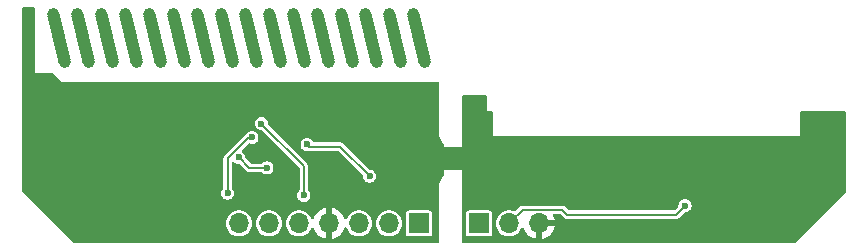
<source format=gbr>
%TF.GenerationSoftware,KiCad,Pcbnew,8.0.0-1.fc39*%
%TF.CreationDate,2024-05-13T23:25:17+02:00*%
%TF.ProjectId,radio433,72616469-6f34-4333-932e-6b696361645f,rev?*%
%TF.SameCoordinates,Original*%
%TF.FileFunction,Copper,L2,Bot*%
%TF.FilePolarity,Positive*%
%FSLAX46Y46*%
G04 Gerber Fmt 4.6, Leading zero omitted, Abs format (unit mm)*
G04 Created by KiCad (PCBNEW 8.0.0-1.fc39) date 2024-05-13 23:25:17*
%MOMM*%
%LPD*%
G01*
G04 APERTURE LIST*
G04 Aperture macros list*
%AMHorizOval*
0 Thick line with rounded ends*
0 $1 width*
0 $2 $3 position (X,Y) of the first rounded end (center of the circle)*
0 $4 $5 position (X,Y) of the second rounded end (center of the circle)*
0 Add line between two ends*
20,1,$1,$2,$3,$4,$5,0*
0 Add two circle primitives to create the rounded ends*
1,1,$1,$2,$3*
1,1,$1,$4,$5*%
G04 Aperture macros list end*
%TA.AperFunction,ComponentPad*%
%ADD10R,1.700000X1.700000*%
%TD*%
%TA.AperFunction,ComponentPad*%
%ADD11O,1.700000X1.700000*%
%TD*%
%TA.AperFunction,ComponentPad*%
%ADD12C,0.900000*%
%TD*%
%TA.AperFunction,SMDPad,CuDef*%
%ADD13HorizOval,1.050000X0.484399X-2.017668X-0.484399X2.017668X0*%
%TD*%
%TA.AperFunction,ViaPad*%
%ADD14C,0.600000*%
%TD*%
%TA.AperFunction,Conductor*%
%ADD15C,0.200000*%
%TD*%
G04 APERTURE END LIST*
D10*
%TO.P,J2,1,Pin_1*%
%TO.N,/VDD_RX*%
X220980000Y-103500000D03*
D11*
%TO.P,J2,2,Pin_2*%
%TO.N,/DOUT*%
X218440000Y-103500000D03*
%TO.P,J2,3,Pin_3*%
X215900000Y-103500000D03*
%TO.P,J2,4,Pin_4*%
%TO.N,GND*%
X213360000Y-103500000D03*
%TO.P,J2,5,Pin_5*%
%TO.N,/SCLK*%
X210820000Y-103500000D03*
%TO.P,J2,6,Pin_6*%
%TO.N,/SHDN*%
X208280000Y-103500000D03*
%TO.P,J2,7,Pin_7*%
%TO.N,/RSSI*%
X205740000Y-103500000D03*
%TD*%
D10*
%TO.P,J1,1,Pin_1*%
%TO.N,/VDD_TX*%
X226060000Y-103500000D03*
D11*
%TO.P,J1,2,Pin_2*%
%TO.N,/DIN*%
X228600000Y-103500000D03*
%TO.P,J1,3,Pin_3*%
%TO.N,GND*%
X231140000Y-103500000D03*
%TD*%
D12*
%TO.P,AE2,1,A*%
%TO.N,/ANT_CC*%
X189972000Y-85750000D03*
D13*
X190472000Y-87800000D03*
D12*
X190972000Y-89800000D03*
X192004000Y-85750000D03*
D13*
X192504000Y-87800000D03*
D12*
X193004000Y-89800000D03*
X194036000Y-85750000D03*
D13*
X194536000Y-87800000D03*
D12*
X195036000Y-89800000D03*
X196068000Y-85750000D03*
D13*
X196568000Y-87800000D03*
D12*
X197068000Y-89800000D03*
X198100000Y-85750000D03*
D13*
X198600000Y-87800000D03*
D12*
X199100000Y-89800000D03*
X200132000Y-85750000D03*
D13*
X200632000Y-87800000D03*
D12*
X201132000Y-89800000D03*
X202164000Y-85750000D03*
D13*
X202664000Y-87800000D03*
D12*
X203164000Y-89800000D03*
X204196000Y-85750000D03*
D13*
X204696000Y-87800000D03*
D12*
X205196000Y-89800000D03*
X206228000Y-85750000D03*
D13*
X206728000Y-87800000D03*
D12*
X207228000Y-89800000D03*
X208260000Y-85750000D03*
D13*
X208760000Y-87800000D03*
D12*
X209260000Y-89800000D03*
X210292000Y-85750000D03*
D13*
X210792000Y-87800000D03*
D12*
X211292000Y-89800000D03*
X212324000Y-85750000D03*
D13*
X212824000Y-87800000D03*
D12*
X213324000Y-89800000D03*
X214356000Y-85750000D03*
D13*
X214856000Y-87800000D03*
D12*
X215356000Y-89800000D03*
X216388000Y-85750000D03*
D13*
X216888000Y-87800000D03*
D12*
X217388000Y-89800000D03*
X218420000Y-85750000D03*
D13*
X218920000Y-87800000D03*
D12*
X219420000Y-89800000D03*
X220452000Y-85750000D03*
D13*
X220952000Y-87800000D03*
D12*
X221452000Y-89800000D03*
%TD*%
D14*
%TO.N,GND*%
X196500000Y-93500000D03*
X251000000Y-99000000D03*
X194250000Y-92750000D03*
X252230000Y-103650000D03*
X195250000Y-102500000D03*
X225800000Y-95300000D03*
X225100000Y-94600000D03*
X252980000Y-103650000D03*
X214120000Y-101140000D03*
X253730000Y-103650000D03*
X225800000Y-94600000D03*
X196500000Y-92750000D03*
X225100000Y-95300000D03*
X223050000Y-98500000D03*
X195000000Y-93500000D03*
X194500000Y-102500000D03*
X251750000Y-99000000D03*
X251750000Y-96750000D03*
X196000000Y-102500000D03*
X195000000Y-92750000D03*
X224250000Y-98500000D03*
X194250000Y-93500000D03*
X193750000Y-101750000D03*
X193750000Y-102500000D03*
X251000000Y-97500000D03*
X243010000Y-100040000D03*
X195250000Y-101750000D03*
X195750000Y-93500000D03*
X196000000Y-101750000D03*
X251750000Y-98250000D03*
X223050000Y-97750000D03*
X251750000Y-97500000D03*
X251000000Y-98250000D03*
X252230000Y-104400000D03*
X252980000Y-104400000D03*
X224250000Y-97750000D03*
X251000000Y-96750000D03*
X225660000Y-93120000D03*
X194500000Y-101750000D03*
X195750000Y-92750000D03*
%TO.N,/DIN*%
X243500000Y-102000000D03*
%TO.N,Net-(U2-CAGC)*%
X216800000Y-99500000D03*
X211500000Y-96800000D03*
%TO.N,/VDD_RX*%
X205700000Y-97900000D03*
X208100000Y-98800000D03*
%TO.N,/SCLK*%
X207620000Y-95050000D03*
X211223805Y-101121377D03*
%TO.N,/RSSI*%
X206830000Y-96210000D03*
X204770000Y-100940000D03*
%TD*%
D15*
%TO.N,/DIN*%
X229750000Y-102350000D02*
X228600000Y-103500000D01*
X242750000Y-102750000D02*
X233500000Y-102750000D01*
X233100000Y-102350000D02*
X229750000Y-102350000D01*
X233500000Y-102750000D02*
X233100000Y-102350000D01*
X243500000Y-102000000D02*
X242750000Y-102750000D01*
%TO.N,Net-(U2-CAGC)*%
X211500000Y-96800000D02*
X211700000Y-97000000D01*
X214300000Y-97000000D02*
X216800000Y-99500000D01*
X211700000Y-97000000D02*
X214300000Y-97000000D01*
%TO.N,/VDD_RX*%
X206600000Y-98800000D02*
X205700000Y-97900000D01*
X208100000Y-98800000D02*
X206600000Y-98800000D01*
%TO.N,/SCLK*%
X211223805Y-98653805D02*
X207620000Y-95050000D01*
X211223805Y-101121377D02*
X211223805Y-98653805D01*
%TO.N,/RSSI*%
X204770000Y-100940000D02*
X204770000Y-97981471D01*
X204770000Y-97981471D02*
X206541471Y-96210000D01*
X206541471Y-96210000D02*
X206830000Y-96210000D01*
%TD*%
%TA.AperFunction,Conductor*%
%TO.N,GND*%
G36*
X188415039Y-85230185D02*
G01*
X188460794Y-85282989D01*
X188472000Y-85334500D01*
X188472000Y-90800000D01*
X189965379Y-90800000D01*
X190032418Y-90819685D01*
X190059083Y-90842788D01*
X190672000Y-91550000D01*
X222472000Y-91550000D01*
X222487819Y-91534181D01*
X222549142Y-91500696D01*
X222618834Y-91505680D01*
X222674767Y-91547552D01*
X222699184Y-91613016D01*
X222699500Y-91621862D01*
X222699500Y-96093620D01*
X222736025Y-96277243D01*
X222736027Y-96277251D01*
X222807676Y-96450228D01*
X222807681Y-96450237D01*
X222911697Y-96605907D01*
X222911700Y-96605911D01*
X223044085Y-96738296D01*
X223044088Y-96738298D01*
X223044092Y-96738302D01*
X223044886Y-96738832D01*
X223045208Y-96739218D01*
X223048796Y-96742162D01*
X223048237Y-96742842D01*
X223089693Y-96792440D01*
X223100000Y-96841937D01*
X223100000Y-97000000D01*
X222000000Y-97000000D01*
X222000000Y-99000000D01*
X223100000Y-99000000D01*
X223100000Y-99408061D01*
X223080315Y-99475100D01*
X223048510Y-99507481D01*
X223048800Y-99507834D01*
X223045519Y-99510525D01*
X223044900Y-99511157D01*
X223044096Y-99511694D01*
X223044088Y-99511700D01*
X222911700Y-99644088D01*
X222911697Y-99644092D01*
X222807681Y-99799762D01*
X222807676Y-99799771D01*
X222736027Y-99972748D01*
X222736025Y-99972756D01*
X222699500Y-100156379D01*
X222699500Y-105025500D01*
X222679815Y-105092539D01*
X222627011Y-105138294D01*
X222575500Y-105149500D01*
X191786543Y-105149500D01*
X191719504Y-105129815D01*
X191698862Y-105113181D01*
X190085681Y-103500000D01*
X204634785Y-103500000D01*
X204653602Y-103703082D01*
X204709417Y-103899247D01*
X204709422Y-103899260D01*
X204800327Y-104081821D01*
X204923237Y-104244581D01*
X205073958Y-104381980D01*
X205073960Y-104381982D01*
X205173141Y-104443392D01*
X205247363Y-104489348D01*
X205437544Y-104563024D01*
X205638024Y-104600500D01*
X205638026Y-104600500D01*
X205841974Y-104600500D01*
X205841976Y-104600500D01*
X206042456Y-104563024D01*
X206232637Y-104489348D01*
X206406041Y-104381981D01*
X206556764Y-104244579D01*
X206679673Y-104081821D01*
X206770582Y-103899250D01*
X206826397Y-103703083D01*
X206845215Y-103500000D01*
X207174785Y-103500000D01*
X207193602Y-103703082D01*
X207249417Y-103899247D01*
X207249422Y-103899260D01*
X207340327Y-104081821D01*
X207463237Y-104244581D01*
X207613958Y-104381980D01*
X207613960Y-104381982D01*
X207713141Y-104443392D01*
X207787363Y-104489348D01*
X207977544Y-104563024D01*
X208178024Y-104600500D01*
X208178026Y-104600500D01*
X208381974Y-104600500D01*
X208381976Y-104600500D01*
X208582456Y-104563024D01*
X208772637Y-104489348D01*
X208946041Y-104381981D01*
X209096764Y-104244579D01*
X209219673Y-104081821D01*
X209310582Y-103899250D01*
X209366397Y-103703083D01*
X209385215Y-103500000D01*
X209714785Y-103500000D01*
X209733602Y-103703082D01*
X209789417Y-103899247D01*
X209789422Y-103899260D01*
X209880327Y-104081821D01*
X210003237Y-104244581D01*
X210153958Y-104381980D01*
X210153960Y-104381982D01*
X210253141Y-104443392D01*
X210327363Y-104489348D01*
X210517544Y-104563024D01*
X210718024Y-104600500D01*
X210718026Y-104600500D01*
X210921974Y-104600500D01*
X210921976Y-104600500D01*
X211122456Y-104563024D01*
X211312637Y-104489348D01*
X211486041Y-104381981D01*
X211636764Y-104244579D01*
X211759673Y-104081821D01*
X211821598Y-103957456D01*
X211846817Y-103906812D01*
X211894319Y-103855575D01*
X211961982Y-103838153D01*
X212028323Y-103860078D01*
X212072278Y-103914389D01*
X212077592Y-103929989D01*
X212086567Y-103963485D01*
X212086570Y-103963492D01*
X212186399Y-104177578D01*
X212321894Y-104371082D01*
X212488917Y-104538105D01*
X212682421Y-104673600D01*
X212896507Y-104773429D01*
X212896516Y-104773433D01*
X213110000Y-104830634D01*
X213110000Y-103933012D01*
X213167007Y-103965925D01*
X213294174Y-104000000D01*
X213425826Y-104000000D01*
X213552993Y-103965925D01*
X213610000Y-103933012D01*
X213610000Y-104830633D01*
X213823483Y-104773433D01*
X213823492Y-104773429D01*
X214037578Y-104673600D01*
X214231082Y-104538105D01*
X214398105Y-104371082D01*
X214533600Y-104177578D01*
X214633429Y-103963492D01*
X214633431Y-103963489D01*
X214642406Y-103929992D01*
X214678770Y-103870331D01*
X214741616Y-103839800D01*
X214810992Y-103848094D01*
X214864871Y-103892578D01*
X214873182Y-103906811D01*
X214960327Y-104081821D01*
X215083237Y-104244581D01*
X215233958Y-104381980D01*
X215233960Y-104381982D01*
X215333141Y-104443392D01*
X215407363Y-104489348D01*
X215597544Y-104563024D01*
X215798024Y-104600500D01*
X215798026Y-104600500D01*
X216001974Y-104600500D01*
X216001976Y-104600500D01*
X216202456Y-104563024D01*
X216392637Y-104489348D01*
X216566041Y-104381981D01*
X216716764Y-104244579D01*
X216839673Y-104081821D01*
X216930582Y-103899250D01*
X216986397Y-103703083D01*
X217005215Y-103500000D01*
X217334785Y-103500000D01*
X217353602Y-103703082D01*
X217409417Y-103899247D01*
X217409422Y-103899260D01*
X217500327Y-104081821D01*
X217623237Y-104244581D01*
X217773958Y-104381980D01*
X217773960Y-104381982D01*
X217873141Y-104443392D01*
X217947363Y-104489348D01*
X218137544Y-104563024D01*
X218338024Y-104600500D01*
X218338026Y-104600500D01*
X218541974Y-104600500D01*
X218541976Y-104600500D01*
X218742456Y-104563024D01*
X218932637Y-104489348D01*
X219106041Y-104381981D01*
X219114052Y-104374678D01*
X219879500Y-104374678D01*
X219894032Y-104447735D01*
X219894033Y-104447739D01*
X219894034Y-104447740D01*
X219949399Y-104530601D01*
X220032260Y-104585966D01*
X220032264Y-104585967D01*
X220105321Y-104600499D01*
X220105324Y-104600500D01*
X220105326Y-104600500D01*
X221854676Y-104600500D01*
X221854677Y-104600499D01*
X221927740Y-104585966D01*
X222010601Y-104530601D01*
X222065966Y-104447740D01*
X222080500Y-104374674D01*
X222080500Y-102625326D01*
X222080500Y-102625323D01*
X222080499Y-102625321D01*
X222065967Y-102552264D01*
X222065966Y-102552260D01*
X222010601Y-102469399D01*
X221927740Y-102414034D01*
X221927739Y-102414033D01*
X221927735Y-102414032D01*
X221854677Y-102399500D01*
X221854674Y-102399500D01*
X220105326Y-102399500D01*
X220105323Y-102399500D01*
X220032264Y-102414032D01*
X220032260Y-102414033D01*
X219949399Y-102469399D01*
X219894033Y-102552260D01*
X219894032Y-102552264D01*
X219879500Y-102625321D01*
X219879500Y-104374678D01*
X219114052Y-104374678D01*
X219256764Y-104244579D01*
X219379673Y-104081821D01*
X219470582Y-103899250D01*
X219526397Y-103703083D01*
X219545215Y-103500000D01*
X219539115Y-103434174D01*
X219526397Y-103296917D01*
X219470582Y-103100750D01*
X219470159Y-103099901D01*
X219420415Y-103000000D01*
X219379673Y-102918179D01*
X219256764Y-102755421D01*
X219256762Y-102755418D01*
X219106041Y-102618019D01*
X219106039Y-102618017D01*
X218932642Y-102510655D01*
X218932635Y-102510651D01*
X218806769Y-102461891D01*
X218742456Y-102436976D01*
X218541976Y-102399500D01*
X218338024Y-102399500D01*
X218137544Y-102436976D01*
X218137541Y-102436976D01*
X218137541Y-102436977D01*
X217947364Y-102510651D01*
X217947357Y-102510655D01*
X217773960Y-102618017D01*
X217773958Y-102618019D01*
X217623237Y-102755418D01*
X217500327Y-102918178D01*
X217409422Y-103100739D01*
X217409417Y-103100752D01*
X217353602Y-103296917D01*
X217334785Y-103499999D01*
X217334785Y-103500000D01*
X217005215Y-103500000D01*
X216999115Y-103434174D01*
X216986397Y-103296917D01*
X216930582Y-103100750D01*
X216930159Y-103099901D01*
X216880415Y-103000000D01*
X216839673Y-102918179D01*
X216716764Y-102755421D01*
X216716762Y-102755418D01*
X216566041Y-102618019D01*
X216566039Y-102618017D01*
X216392642Y-102510655D01*
X216392635Y-102510651D01*
X216266769Y-102461891D01*
X216202456Y-102436976D01*
X216001976Y-102399500D01*
X215798024Y-102399500D01*
X215597544Y-102436976D01*
X215597541Y-102436976D01*
X215597541Y-102436977D01*
X215407364Y-102510651D01*
X215407357Y-102510655D01*
X215233960Y-102618017D01*
X215233958Y-102618019D01*
X215083237Y-102755418D01*
X214960327Y-102918178D01*
X214873182Y-103093188D01*
X214825679Y-103144425D01*
X214758016Y-103161846D01*
X214691676Y-103139920D01*
X214647721Y-103085609D01*
X214642407Y-103070008D01*
X214633434Y-103036518D01*
X214633429Y-103036507D01*
X214533600Y-102822422D01*
X214533599Y-102822420D01*
X214398113Y-102628926D01*
X214398108Y-102628920D01*
X214231082Y-102461894D01*
X214037578Y-102326399D01*
X213823492Y-102226570D01*
X213823486Y-102226567D01*
X213610000Y-102169364D01*
X213610000Y-103066988D01*
X213552993Y-103034075D01*
X213425826Y-103000000D01*
X213294174Y-103000000D01*
X213167007Y-103034075D01*
X213110000Y-103066988D01*
X213110000Y-102169364D01*
X213109999Y-102169364D01*
X212896513Y-102226567D01*
X212896507Y-102226570D01*
X212682422Y-102326399D01*
X212682420Y-102326400D01*
X212488926Y-102461886D01*
X212488920Y-102461891D01*
X212321891Y-102628920D01*
X212321886Y-102628926D01*
X212186400Y-102822420D01*
X212186399Y-102822422D01*
X212086570Y-103036507D01*
X212086568Y-103036511D01*
X212077592Y-103070011D01*
X212041226Y-103129671D01*
X211978379Y-103160199D01*
X211909003Y-103151904D01*
X211855126Y-103107418D01*
X211846817Y-103093188D01*
X211800415Y-103000000D01*
X211759673Y-102918179D01*
X211636764Y-102755421D01*
X211636762Y-102755418D01*
X211486041Y-102618019D01*
X211486039Y-102618017D01*
X211312642Y-102510655D01*
X211312635Y-102510651D01*
X211186769Y-102461891D01*
X211122456Y-102436976D01*
X210921976Y-102399500D01*
X210718024Y-102399500D01*
X210517544Y-102436976D01*
X210517541Y-102436976D01*
X210517541Y-102436977D01*
X210327364Y-102510651D01*
X210327357Y-102510655D01*
X210153960Y-102618017D01*
X210153958Y-102618019D01*
X210003237Y-102755418D01*
X209880327Y-102918178D01*
X209789422Y-103100739D01*
X209789417Y-103100752D01*
X209733602Y-103296917D01*
X209714785Y-103499999D01*
X209714785Y-103500000D01*
X209385215Y-103500000D01*
X209379115Y-103434174D01*
X209366397Y-103296917D01*
X209310582Y-103100750D01*
X209310159Y-103099901D01*
X209260415Y-103000000D01*
X209219673Y-102918179D01*
X209096764Y-102755421D01*
X209096762Y-102755418D01*
X208946041Y-102618019D01*
X208946039Y-102618017D01*
X208772642Y-102510655D01*
X208772635Y-102510651D01*
X208646769Y-102461891D01*
X208582456Y-102436976D01*
X208381976Y-102399500D01*
X208178024Y-102399500D01*
X207977544Y-102436976D01*
X207977541Y-102436976D01*
X207977541Y-102436977D01*
X207787364Y-102510651D01*
X207787357Y-102510655D01*
X207613960Y-102618017D01*
X207613958Y-102618019D01*
X207463237Y-102755418D01*
X207340327Y-102918178D01*
X207249422Y-103100739D01*
X207249417Y-103100752D01*
X207193602Y-103296917D01*
X207174785Y-103499999D01*
X207174785Y-103500000D01*
X206845215Y-103500000D01*
X206839115Y-103434174D01*
X206826397Y-103296917D01*
X206770582Y-103100750D01*
X206770159Y-103099901D01*
X206720415Y-103000000D01*
X206679673Y-102918179D01*
X206556764Y-102755421D01*
X206556762Y-102755418D01*
X206406041Y-102618019D01*
X206406039Y-102618017D01*
X206232642Y-102510655D01*
X206232635Y-102510651D01*
X206106769Y-102461891D01*
X206042456Y-102436976D01*
X205841976Y-102399500D01*
X205638024Y-102399500D01*
X205437544Y-102436976D01*
X205437541Y-102436976D01*
X205437541Y-102436977D01*
X205247364Y-102510651D01*
X205247357Y-102510655D01*
X205073960Y-102618017D01*
X205073958Y-102618019D01*
X204923237Y-102755418D01*
X204800327Y-102918178D01*
X204709422Y-103100739D01*
X204709417Y-103100752D01*
X204653602Y-103296917D01*
X204634785Y-103499999D01*
X204634785Y-103500000D01*
X190085681Y-103500000D01*
X187525682Y-100940000D01*
X204214750Y-100940000D01*
X204233670Y-101083708D01*
X204233671Y-101083712D01*
X204289137Y-101217622D01*
X204289138Y-101217624D01*
X204289139Y-101217625D01*
X204377379Y-101332621D01*
X204492375Y-101420861D01*
X204626291Y-101476330D01*
X204753280Y-101493048D01*
X204769999Y-101495250D01*
X204770000Y-101495250D01*
X204770001Y-101495250D01*
X204784977Y-101493278D01*
X204913709Y-101476330D01*
X205047625Y-101420861D01*
X205162621Y-101332621D01*
X205250861Y-101217625D01*
X205306330Y-101083709D01*
X205325250Y-100940000D01*
X205306330Y-100796291D01*
X205250861Y-100662375D01*
X205162621Y-100547379D01*
X205162619Y-100547377D01*
X205162615Y-100547372D01*
X205156871Y-100541628D01*
X205159387Y-100539111D01*
X205127797Y-100495817D01*
X205120500Y-100453908D01*
X205120500Y-98400670D01*
X205140185Y-98333631D01*
X205192989Y-98287876D01*
X205262147Y-98277932D01*
X205319985Y-98302294D01*
X205341938Y-98319139D01*
X205422373Y-98380860D01*
X205422374Y-98380860D01*
X205422375Y-98380861D01*
X205556291Y-98436330D01*
X205700000Y-98455250D01*
X205708129Y-98455250D01*
X205708129Y-98458828D01*
X205760970Y-98467031D01*
X205795878Y-98491560D01*
X206384788Y-99080470D01*
X206443477Y-99114354D01*
X206464712Y-99126614D01*
X206553856Y-99150500D01*
X207613908Y-99150500D01*
X207680947Y-99170185D01*
X207700412Y-99188086D01*
X207701628Y-99186871D01*
X207707372Y-99192615D01*
X207707377Y-99192619D01*
X207707379Y-99192621D01*
X207822375Y-99280861D01*
X207956291Y-99336330D01*
X208083280Y-99353048D01*
X208099999Y-99355250D01*
X208100000Y-99355250D01*
X208100001Y-99355250D01*
X208114977Y-99353278D01*
X208243709Y-99336330D01*
X208377625Y-99280861D01*
X208492621Y-99192621D01*
X208580861Y-99077625D01*
X208636330Y-98943709D01*
X208655250Y-98800000D01*
X208636330Y-98656291D01*
X208580861Y-98522375D01*
X208492621Y-98407379D01*
X208377625Y-98319139D01*
X208377624Y-98319138D01*
X208377622Y-98319137D01*
X208243712Y-98263671D01*
X208243710Y-98263670D01*
X208243709Y-98263670D01*
X208171854Y-98254210D01*
X208100001Y-98244750D01*
X208099999Y-98244750D01*
X207956291Y-98263670D01*
X207956287Y-98263671D01*
X207822377Y-98319137D01*
X207707372Y-98407384D01*
X207701628Y-98413129D01*
X207699111Y-98410612D01*
X207655817Y-98442203D01*
X207613908Y-98449500D01*
X206796544Y-98449500D01*
X206729505Y-98429815D01*
X206708863Y-98413181D01*
X206291560Y-97995878D01*
X206258075Y-97934555D01*
X206256983Y-97908129D01*
X206255250Y-97908129D01*
X206255250Y-97900000D01*
X206236330Y-97756291D01*
X206180861Y-97622375D01*
X206092621Y-97507379D01*
X206005143Y-97440254D01*
X205963943Y-97383829D01*
X205959788Y-97314083D01*
X205992949Y-97254202D01*
X206496559Y-96750592D01*
X206557880Y-96717109D01*
X206627572Y-96722093D01*
X206631690Y-96723714D01*
X206686291Y-96746330D01*
X206813280Y-96763048D01*
X206829999Y-96765250D01*
X206830000Y-96765250D01*
X206830001Y-96765250D01*
X206844977Y-96763278D01*
X206973709Y-96746330D01*
X207107625Y-96690861D01*
X207222621Y-96602621D01*
X207310861Y-96487625D01*
X207366330Y-96353709D01*
X207385250Y-96210000D01*
X207366330Y-96066291D01*
X207329350Y-95977013D01*
X207310862Y-95932377D01*
X207310861Y-95932376D01*
X207310861Y-95932375D01*
X207222621Y-95817379D01*
X207107625Y-95729139D01*
X207107624Y-95729138D01*
X207107622Y-95729137D01*
X206973712Y-95673671D01*
X206973710Y-95673670D01*
X206973709Y-95673670D01*
X206901854Y-95664210D01*
X206830001Y-95654750D01*
X206829999Y-95654750D01*
X206686291Y-95673670D01*
X206686287Y-95673671D01*
X206552377Y-95729137D01*
X206437375Y-95817382D01*
X206386270Y-95883983D01*
X206349898Y-95915881D01*
X206326264Y-95929526D01*
X206326255Y-95929533D01*
X204489531Y-97766257D01*
X204489527Y-97766262D01*
X204443387Y-97846180D01*
X204443386Y-97846183D01*
X204419500Y-97935327D01*
X204419500Y-100453908D01*
X204399815Y-100520947D01*
X204381913Y-100540412D01*
X204383129Y-100541628D01*
X204377384Y-100547372D01*
X204289137Y-100662377D01*
X204233671Y-100796287D01*
X204233670Y-100796291D01*
X204214750Y-100939999D01*
X204214750Y-100940000D01*
X187525682Y-100940000D01*
X187386819Y-100801137D01*
X187353334Y-100739814D01*
X187350500Y-100713456D01*
X187350500Y-95050000D01*
X207064750Y-95050000D01*
X207083670Y-95193708D01*
X207083671Y-95193712D01*
X207139137Y-95327622D01*
X207139138Y-95327624D01*
X207139139Y-95327625D01*
X207227379Y-95442621D01*
X207342375Y-95530861D01*
X207476291Y-95586330D01*
X207620000Y-95605250D01*
X207628129Y-95605250D01*
X207628129Y-95608828D01*
X207680970Y-95617031D01*
X207715878Y-95641560D01*
X210836986Y-98762668D01*
X210870471Y-98823991D01*
X210873305Y-98850349D01*
X210873305Y-100635285D01*
X210853620Y-100702324D01*
X210835718Y-100721789D01*
X210836934Y-100723005D01*
X210831189Y-100728749D01*
X210742942Y-100843754D01*
X210687476Y-100977664D01*
X210687475Y-100977668D01*
X210668555Y-101121376D01*
X210668555Y-101121377D01*
X210687475Y-101265085D01*
X210687476Y-101265089D01*
X210742942Y-101398999D01*
X210742943Y-101399001D01*
X210742944Y-101399002D01*
X210831184Y-101513998D01*
X210946180Y-101602238D01*
X211080096Y-101657707D01*
X211207085Y-101674425D01*
X211223804Y-101676627D01*
X211223805Y-101676627D01*
X211223806Y-101676627D01*
X211238782Y-101674655D01*
X211367514Y-101657707D01*
X211501430Y-101602238D01*
X211616426Y-101513998D01*
X211704666Y-101399002D01*
X211760135Y-101265086D01*
X211779055Y-101121377D01*
X211760135Y-100977668D01*
X211704666Y-100843752D01*
X211616426Y-100728756D01*
X211616424Y-100728754D01*
X211616420Y-100728749D01*
X211610676Y-100723005D01*
X211613192Y-100720488D01*
X211581602Y-100677194D01*
X211574305Y-100635285D01*
X211574305Y-98607663D01*
X211574305Y-98607661D01*
X211550419Y-98518517D01*
X211504275Y-98438593D01*
X209865682Y-96800000D01*
X210944750Y-96800000D01*
X210963670Y-96943708D01*
X210963671Y-96943712D01*
X211019137Y-97077622D01*
X211019138Y-97077624D01*
X211019139Y-97077625D01*
X211107379Y-97192621D01*
X211222375Y-97280861D01*
X211356291Y-97336330D01*
X211500000Y-97355250D01*
X211590600Y-97343321D01*
X211638874Y-97346485D01*
X211653856Y-97350500D01*
X211653857Y-97350500D01*
X211746144Y-97350500D01*
X214103456Y-97350500D01*
X214170495Y-97370185D01*
X214191137Y-97386819D01*
X216208440Y-99404122D01*
X216241925Y-99465445D01*
X216243067Y-99491873D01*
X216244750Y-99491873D01*
X216244750Y-99500000D01*
X216263670Y-99643708D01*
X216263671Y-99643712D01*
X216319137Y-99777622D01*
X216319138Y-99777624D01*
X216319139Y-99777625D01*
X216407379Y-99892621D01*
X216522375Y-99980861D01*
X216656291Y-100036330D01*
X216783280Y-100053048D01*
X216799999Y-100055250D01*
X216800000Y-100055250D01*
X216800001Y-100055250D01*
X216814977Y-100053278D01*
X216943709Y-100036330D01*
X217077625Y-99980861D01*
X217192621Y-99892621D01*
X217280861Y-99777625D01*
X217336330Y-99643709D01*
X217355250Y-99500000D01*
X217336330Y-99356291D01*
X217280861Y-99222375D01*
X217192621Y-99107379D01*
X217077625Y-99019139D01*
X217077624Y-99019138D01*
X217077622Y-99019137D01*
X216943712Y-98963671D01*
X216943710Y-98963670D01*
X216943709Y-98963670D01*
X216852638Y-98951680D01*
X216800001Y-98944750D01*
X216791873Y-98944750D01*
X216791873Y-98941243D01*
X216738613Y-98932772D01*
X216704122Y-98908440D01*
X214515213Y-96719531D01*
X214515208Y-96719527D01*
X214435290Y-96673387D01*
X214435289Y-96673386D01*
X214435288Y-96673386D01*
X214346144Y-96649500D01*
X214346143Y-96649500D01*
X212116371Y-96649500D01*
X212049332Y-96629815D01*
X212003577Y-96577011D01*
X212001827Y-96572993D01*
X211980861Y-96522375D01*
X211892621Y-96407379D01*
X211777625Y-96319139D01*
X211777624Y-96319138D01*
X211777622Y-96319137D01*
X211643712Y-96263671D01*
X211643710Y-96263670D01*
X211643709Y-96263670D01*
X211571854Y-96254210D01*
X211500001Y-96244750D01*
X211499999Y-96244750D01*
X211356291Y-96263670D01*
X211356287Y-96263671D01*
X211222377Y-96319137D01*
X211107379Y-96407379D01*
X211019137Y-96522377D01*
X210963671Y-96656287D01*
X210963670Y-96656291D01*
X210944750Y-96799999D01*
X210944750Y-96800000D01*
X209865682Y-96800000D01*
X208211560Y-95145878D01*
X208178075Y-95084555D01*
X208176983Y-95058129D01*
X208175250Y-95058129D01*
X208175250Y-95050000D01*
X208175250Y-95049999D01*
X208156330Y-94906291D01*
X208100861Y-94772375D01*
X208012621Y-94657379D01*
X207897625Y-94569139D01*
X207897624Y-94569138D01*
X207897622Y-94569137D01*
X207763712Y-94513671D01*
X207763710Y-94513670D01*
X207763709Y-94513670D01*
X207691854Y-94504210D01*
X207620001Y-94494750D01*
X207619999Y-94494750D01*
X207476291Y-94513670D01*
X207476287Y-94513671D01*
X207342377Y-94569137D01*
X207227379Y-94657379D01*
X207139137Y-94772377D01*
X207083671Y-94906287D01*
X207083670Y-94906291D01*
X207064750Y-95049999D01*
X207064750Y-95050000D01*
X187350500Y-95050000D01*
X187350500Y-85334500D01*
X187370185Y-85267461D01*
X187422989Y-85221706D01*
X187474500Y-85210500D01*
X188348000Y-85210500D01*
X188415039Y-85230185D01*
G37*
%TD.AperFunction*%
%TD*%
%TA.AperFunction,Conductor*%
%TO.N,GND*%
G36*
X227194632Y-94019685D02*
G01*
X227240387Y-94072489D01*
X227251593Y-94124000D01*
X227251593Y-96100000D01*
X253251593Y-96100000D01*
X253251593Y-94124000D01*
X253271278Y-94056961D01*
X253324082Y-94011206D01*
X253375593Y-94000000D01*
X257015500Y-94000000D01*
X257082539Y-94019685D01*
X257128294Y-94072489D01*
X257139500Y-94124000D01*
X257139500Y-100803763D01*
X257119815Y-100870802D01*
X257103279Y-100891347D01*
X252890925Y-105113084D01*
X252829639Y-105146637D01*
X252803146Y-105149500D01*
X224724500Y-105149500D01*
X224657461Y-105129815D01*
X224611706Y-105077011D01*
X224600500Y-105025500D01*
X224600500Y-104374678D01*
X224959500Y-104374678D01*
X224974032Y-104447735D01*
X224974033Y-104447739D01*
X224974034Y-104447740D01*
X225029399Y-104530601D01*
X225112260Y-104585966D01*
X225112264Y-104585967D01*
X225185321Y-104600499D01*
X225185324Y-104600500D01*
X225185326Y-104600500D01*
X226934676Y-104600500D01*
X226934677Y-104600499D01*
X227007740Y-104585966D01*
X227090601Y-104530601D01*
X227145966Y-104447740D01*
X227160500Y-104374674D01*
X227160500Y-103500000D01*
X227494785Y-103500000D01*
X227513602Y-103703082D01*
X227569417Y-103899247D01*
X227569422Y-103899260D01*
X227660327Y-104081821D01*
X227783237Y-104244581D01*
X227933958Y-104381980D01*
X227933960Y-104381982D01*
X228033141Y-104443392D01*
X228107363Y-104489348D01*
X228297544Y-104563024D01*
X228498024Y-104600500D01*
X228498026Y-104600500D01*
X228701974Y-104600500D01*
X228701976Y-104600500D01*
X228902456Y-104563024D01*
X229092637Y-104489348D01*
X229266041Y-104381981D01*
X229416764Y-104244579D01*
X229539673Y-104081821D01*
X229626817Y-103906812D01*
X229674319Y-103855575D01*
X229741982Y-103838153D01*
X229808323Y-103860078D01*
X229852278Y-103914389D01*
X229857592Y-103929989D01*
X229866567Y-103963485D01*
X229866570Y-103963492D01*
X229966399Y-104177578D01*
X230101894Y-104371082D01*
X230268917Y-104538105D01*
X230462421Y-104673600D01*
X230676507Y-104773429D01*
X230676516Y-104773433D01*
X230890000Y-104830634D01*
X230890000Y-103933012D01*
X230947007Y-103965925D01*
X231074174Y-104000000D01*
X231205826Y-104000000D01*
X231332993Y-103965925D01*
X231390000Y-103933012D01*
X231390000Y-104830633D01*
X231603483Y-104773433D01*
X231603492Y-104773429D01*
X231817578Y-104673600D01*
X232011082Y-104538105D01*
X232178105Y-104371082D01*
X232313600Y-104177578D01*
X232413429Y-103963492D01*
X232413432Y-103963486D01*
X232470636Y-103750000D01*
X231573012Y-103750000D01*
X231605925Y-103692993D01*
X231640000Y-103565826D01*
X231640000Y-103434174D01*
X231605925Y-103307007D01*
X231573012Y-103250000D01*
X232470636Y-103250000D01*
X232470635Y-103249999D01*
X232413432Y-103036513D01*
X232413429Y-103036507D01*
X232339006Y-102876905D01*
X232328514Y-102807827D01*
X232357034Y-102744043D01*
X232415510Y-102705804D01*
X232451388Y-102700500D01*
X232903456Y-102700500D01*
X232970495Y-102720185D01*
X232991137Y-102736819D01*
X233219531Y-102965212D01*
X233284788Y-103030469D01*
X233284791Y-103030470D01*
X233284794Y-103030473D01*
X233364706Y-103076611D01*
X233364707Y-103076611D01*
X233364712Y-103076614D01*
X233453856Y-103100500D01*
X233453858Y-103100500D01*
X242796142Y-103100500D01*
X242796144Y-103100500D01*
X242885288Y-103076614D01*
X242965212Y-103030470D01*
X243404123Y-102591557D01*
X243465444Y-102558074D01*
X243491871Y-102557144D01*
X243491871Y-102555250D01*
X243500000Y-102555250D01*
X243643709Y-102536330D01*
X243777625Y-102480861D01*
X243892621Y-102392621D01*
X243980861Y-102277625D01*
X244036330Y-102143709D01*
X244055250Y-102000000D01*
X244036330Y-101856291D01*
X243980861Y-101722375D01*
X243892621Y-101607379D01*
X243777625Y-101519139D01*
X243777624Y-101519138D01*
X243777622Y-101519137D01*
X243643712Y-101463671D01*
X243643710Y-101463670D01*
X243643709Y-101463670D01*
X243571854Y-101454210D01*
X243500001Y-101444750D01*
X243499999Y-101444750D01*
X243356291Y-101463670D01*
X243356287Y-101463671D01*
X243222377Y-101519137D01*
X243107379Y-101607379D01*
X243019137Y-101722377D01*
X242963671Y-101856287D01*
X242963670Y-101856291D01*
X242944750Y-102000000D01*
X242944750Y-102008128D01*
X242941456Y-102008128D01*
X242932192Y-102062588D01*
X242908439Y-102095877D01*
X242641135Y-102363182D01*
X242579815Y-102396666D01*
X242553456Y-102399500D01*
X233696543Y-102399500D01*
X233629504Y-102379815D01*
X233608862Y-102363181D01*
X233315213Y-102069531D01*
X233315208Y-102069527D01*
X233235290Y-102023387D01*
X233235289Y-102023386D01*
X233235288Y-102023386D01*
X233146144Y-101999500D01*
X229703856Y-101999500D01*
X229614712Y-102023386D01*
X229614709Y-102023387D01*
X229534791Y-102069527D01*
X229534786Y-102069531D01*
X229150511Y-102453805D01*
X229089188Y-102487290D01*
X229019496Y-102482306D01*
X229018037Y-102481751D01*
X228902461Y-102436977D01*
X228902456Y-102436976D01*
X228701976Y-102399500D01*
X228498024Y-102399500D01*
X228297544Y-102436976D01*
X228297541Y-102436976D01*
X228297541Y-102436977D01*
X228107364Y-102510651D01*
X228107357Y-102510655D01*
X227933960Y-102618017D01*
X227933958Y-102618019D01*
X227783237Y-102755418D01*
X227660327Y-102918178D01*
X227569422Y-103100739D01*
X227569417Y-103100752D01*
X227513602Y-103296917D01*
X227494785Y-103499999D01*
X227494785Y-103500000D01*
X227160500Y-103500000D01*
X227160500Y-102625326D01*
X227160500Y-102625323D01*
X227160499Y-102625321D01*
X227145967Y-102552264D01*
X227145966Y-102552260D01*
X227118427Y-102511045D01*
X227090601Y-102469399D01*
X227007740Y-102414034D01*
X227007739Y-102414033D01*
X227007735Y-102414032D01*
X226934677Y-102399500D01*
X226934674Y-102399500D01*
X225185326Y-102399500D01*
X225185323Y-102399500D01*
X225112264Y-102414032D01*
X225112260Y-102414033D01*
X225029399Y-102469399D01*
X224974033Y-102552260D01*
X224974032Y-102552264D01*
X224959500Y-102625321D01*
X224959500Y-104374678D01*
X224600500Y-104374678D01*
X224600500Y-100155394D01*
X224600000Y-100145216D01*
X224600000Y-99000000D01*
X225500000Y-99000000D01*
X225500000Y-97000000D01*
X224600000Y-97000000D01*
X224600000Y-96104783D01*
X224600500Y-96094615D01*
X224600500Y-96000000D01*
X226700000Y-96000000D01*
X226700000Y-94000000D01*
X227127593Y-94000000D01*
X227194632Y-94019685D01*
G37*
%TD.AperFunction*%
%TD*%
%TA.AperFunction,Conductor*%
%TO.N,GND*%
G36*
X225500000Y-99000000D02*
G01*
X222000000Y-99000000D01*
X222000000Y-97000000D01*
X225500000Y-97000000D01*
X225500000Y-99000000D01*
G37*
%TD.AperFunction*%
%TD*%
%TA.AperFunction,Conductor*%
%TO.N,GND*%
G36*
X226643039Y-92639685D02*
G01*
X226688794Y-92692489D01*
X226700000Y-92744000D01*
X226700000Y-96000000D01*
X224600500Y-96000000D01*
X224600500Y-92744000D01*
X224620185Y-92676961D01*
X224672989Y-92631206D01*
X224724500Y-92620000D01*
X226576000Y-92620000D01*
X226643039Y-92639685D01*
G37*
%TD.AperFunction*%
%TD*%
M02*

</source>
